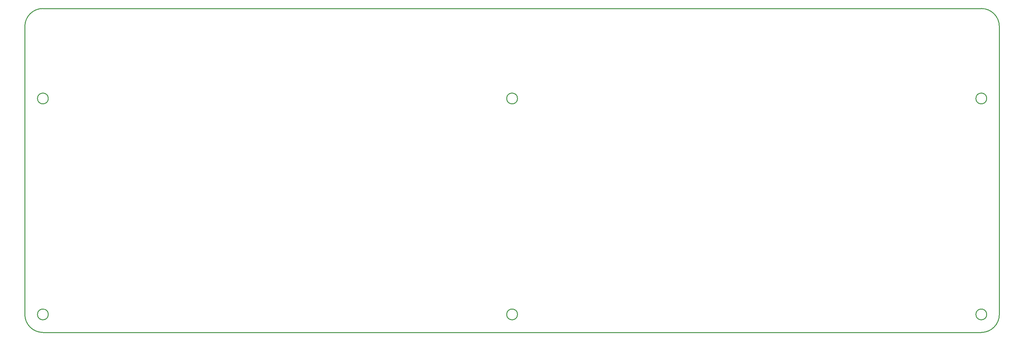
<source format=gko>
G04*
G04 #@! TF.GenerationSoftware,Altium Limited,Altium Designer,22.10.1 (41)*
G04*
G04 Layer_Color=16711935*
%FSLAX44Y44*%
%MOMM*%
G71*
G04*
G04 #@! TF.SameCoordinates,925E1407-17B4-44B6-9F2D-65EEED7EDF2A*
G04*
G04*
G04 #@! TF.FilePolarity,Positive*
G04*
G01*
G75*
%ADD13C,0.2540*%
D13*
X1365250Y650000D02*
G03*
X1365250Y650000I-15000J0D01*
G01*
X65250Y50000D02*
G03*
X65250Y50000I-15000J0D01*
G01*
X250D02*
G03*
X50250Y0I50000J0D01*
G01*
X1365250Y50000D02*
G03*
X1365250Y50000I-15000J0D01*
G01*
X2665250D02*
G03*
X2665250Y50000I-15000J0D01*
G01*
Y650000D02*
G03*
X2665250Y650000I-15000J0D01*
G01*
X65250D02*
G03*
X65250Y650000I-15000J0D01*
G01*
X2650250Y0D02*
G03*
X2700250Y50000I0J50000D01*
G01*
Y850000D02*
G03*
X2650250Y900000I-50000J0D01*
G01*
X50250D02*
G03*
X250Y850000I0J-50000D01*
G01*
X250Y50000D02*
X250Y850000D01*
X50250Y0D02*
X2650250Y0D01*
X50250Y900000D02*
X2650250Y900000D01*
X2700250Y850000D02*
X2700250Y50000D01*
M02*

</source>
